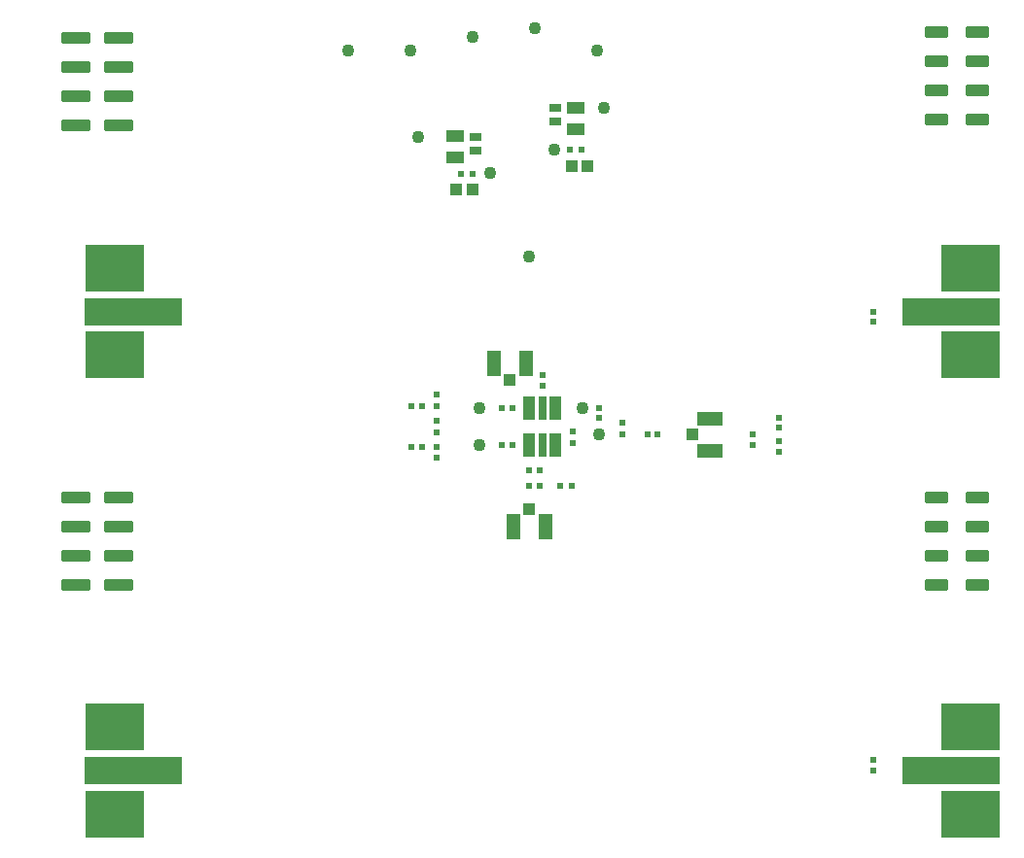
<source format=gts>
G04*
G04 #@! TF.GenerationSoftware,Altium Limited,Altium Designer,23.0.1 (38)*
G04*
G04 Layer_Color=8388736*
%FSLAX43Y43*%
%MOMM*%
G71*
G04*
G04 #@! TF.SameCoordinates,E6CB2E86-431E-4534-89A5-8C88B75FC072*
G04*
G04*
G04 #@! TF.FilePolarity,Negative*
G04*
G01*
G75*
%ADD18R,1.000X1.000*%
%ADD27R,1.100X2.100*%
%ADD28R,0.750X2.100*%
%ADD29R,0.600X0.600*%
%ADD30R,0.600X0.600*%
%ADD31C,1.100*%
%ADD32R,1.100X1.100*%
%ADD33R,2.300X1.150*%
G04:AMPARAMS|DCode=34|XSize=1.1mm|YSize=2.6mm|CornerRadius=0.3mm|HoleSize=0mm|Usage=FLASHONLY|Rotation=90.000|XOffset=0mm|YOffset=0mm|HoleType=Round|Shape=RoundedRectangle|*
%AMROUNDEDRECTD34*
21,1,1.100,2.000,0,0,90.0*
21,1,0.500,2.600,0,0,90.0*
1,1,0.600,1.000,0.250*
1,1,0.600,1.000,-0.250*
1,1,0.600,-1.000,-0.250*
1,1,0.600,-1.000,0.250*
%
%ADD34ROUNDEDRECTD34*%
%ADD35R,5.180X4.100*%
%ADD36R,8.482X2.386*%
%ADD37R,1.500X1.050*%
%ADD38R,1.000X0.700*%
G04:AMPARAMS|DCode=39|XSize=1.1mm|YSize=2.1mm|CornerRadius=0.3mm|HoleSize=0mm|Usage=FLASHONLY|Rotation=90.000|XOffset=0mm|YOffset=0mm|HoleType=Round|Shape=RoundedRectangle|*
%AMROUNDEDRECTD39*
21,1,1.100,1.500,0,0,90.0*
21,1,0.500,2.100,0,0,90.0*
1,1,0.600,0.750,0.250*
1,1,0.600,0.750,-0.250*
1,1,0.600,-0.750,-0.250*
1,1,0.600,-0.750,0.250*
%
%ADD39ROUNDEDRECTD39*%
%ADD40R,1.150X2.300*%
%ADD41R,1.100X1.100*%
%ADD42C,0.100*%
D18*
X77800Y62650D02*
D03*
X79200D02*
D03*
X69150Y60625D02*
D03*
X67750D02*
D03*
D27*
X76375Y38394D02*
D03*
X74125Y41594D02*
D03*
Y38394D02*
D03*
X76375Y41594D02*
D03*
D28*
X75250Y38394D02*
D03*
Y41594D02*
D03*
D29*
X63871Y41775D02*
D03*
X64771D02*
D03*
X64746Y38225D02*
D03*
X63846D02*
D03*
X72625Y38394D02*
D03*
X71725D02*
D03*
X72625Y41594D02*
D03*
X71725D02*
D03*
X75025Y36129D02*
D03*
X74125D02*
D03*
X75025Y34830D02*
D03*
X74125D02*
D03*
X77800D02*
D03*
X76800D02*
D03*
X78625Y64075D02*
D03*
X77625D02*
D03*
X68150Y62025D02*
D03*
X69150D02*
D03*
X84400Y39275D02*
D03*
X85300D02*
D03*
D30*
X66021Y40500D02*
D03*
Y39500D02*
D03*
Y42775D02*
D03*
Y41775D02*
D03*
Y38225D02*
D03*
Y37225D02*
D03*
X75250Y43500D02*
D03*
Y44500D02*
D03*
X82250Y40275D02*
D03*
Y39275D02*
D03*
X80150Y41594D02*
D03*
Y40694D02*
D03*
X77925Y38525D02*
D03*
Y39525D02*
D03*
X93550Y39275D02*
D03*
Y38375D02*
D03*
X95858Y40750D02*
D03*
Y39850D02*
D03*
X95858Y37800D02*
D03*
Y38700D02*
D03*
X104050Y10900D02*
D03*
Y10000D02*
D03*
Y49100D02*
D03*
Y50000D02*
D03*
D31*
X69750Y41600D02*
D03*
X78775Y41594D02*
D03*
X69188Y73925D02*
D03*
X74594Y74715D02*
D03*
X76325Y64075D02*
D03*
X64471Y65200D02*
D03*
X70675Y62050D02*
D03*
X58375Y72775D02*
D03*
X80000D02*
D03*
X63781D02*
D03*
X80565Y67742D02*
D03*
X80150Y39275D02*
D03*
X69750Y38400D02*
D03*
X74050Y54826D02*
D03*
D32*
X88325Y39275D02*
D03*
D33*
X89825Y40675D02*
D03*
Y37875D02*
D03*
D34*
X34651Y66190D02*
D03*
Y68730D02*
D03*
Y71270D02*
D03*
Y73810D02*
D03*
X38349Y66190D02*
D03*
Y68730D02*
D03*
Y71270D02*
D03*
Y73810D02*
D03*
X34651Y26190D02*
D03*
Y28730D02*
D03*
Y31270D02*
D03*
Y33810D02*
D03*
X38349Y26190D02*
D03*
Y28730D02*
D03*
Y31270D02*
D03*
Y33810D02*
D03*
D35*
X38000Y53786D02*
D03*
Y46214D02*
D03*
Y6214D02*
D03*
Y13786D02*
D03*
X112500D02*
D03*
Y6214D02*
D03*
Y46214D02*
D03*
Y53786D02*
D03*
D36*
X39651Y50000D02*
D03*
Y10000D02*
D03*
X110849D02*
D03*
Y50000D02*
D03*
D37*
X78154Y67742D02*
D03*
Y65892D02*
D03*
X67616Y65300D02*
D03*
Y63450D02*
D03*
D38*
X76341Y66542D02*
D03*
Y67742D02*
D03*
X69456Y64000D02*
D03*
Y65200D02*
D03*
D39*
X113100Y26190D02*
D03*
Y28730D02*
D03*
Y31270D02*
D03*
Y33810D02*
D03*
X109602D02*
D03*
Y31270D02*
D03*
Y28730D02*
D03*
Y26190D02*
D03*
X113100Y66710D02*
D03*
Y69250D02*
D03*
Y71790D02*
D03*
Y74330D02*
D03*
X109602D02*
D03*
Y71790D02*
D03*
Y69250D02*
D03*
Y66710D02*
D03*
D40*
X72725Y31250D02*
D03*
X75525D02*
D03*
X73825Y45500D02*
D03*
X71025D02*
D03*
D41*
X74125Y32750D02*
D03*
X72425Y44000D02*
D03*
D42*
X47325Y71350D02*
D03*
Y16600D02*
D03*
X101125Y71350D02*
D03*
Y16600D02*
D03*
X30201Y72540D02*
D03*
Y67460D02*
D03*
Y32540D02*
D03*
Y27460D02*
D03*
M02*

</source>
